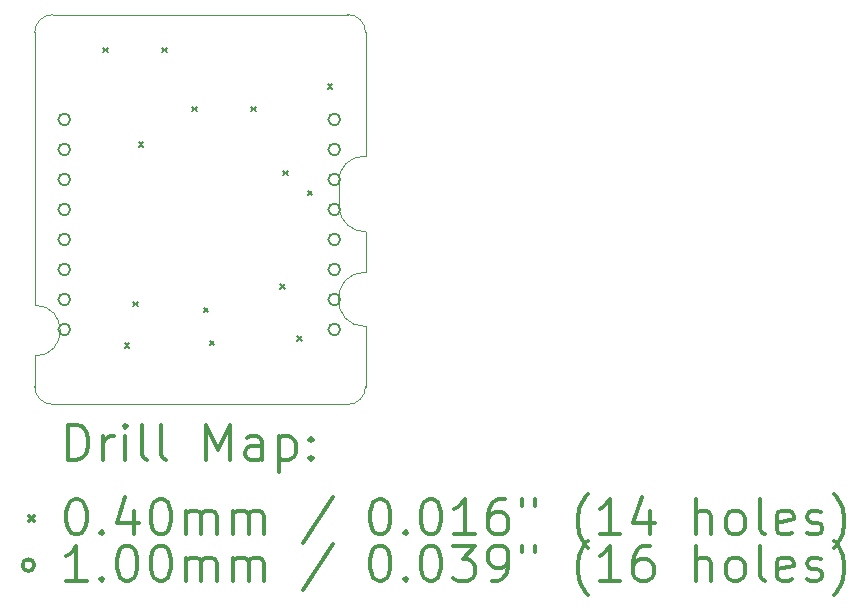
<source format=gbr>
%FSLAX45Y45*%
G04 Gerber Fmt 4.5, Leading zero omitted, Abs format (unit mm)*
G04 Created by KiCad (PCBNEW (5.1.7)-1) date 2021-07-07 16:53:05*
%MOMM*%
%LPD*%
G01*
G04 APERTURE LIST*
%TA.AperFunction,Profile*%
%ADD10C,0.050000*%
%TD*%
%TA.AperFunction,Profile*%
%ADD11C,0.100000*%
%TD*%
%ADD12C,0.200000*%
%ADD13C,0.300000*%
G04 APERTURE END LIST*
D10*
X8700000Y-11630010D02*
X8700000Y-11490000D01*
X8700000Y-10980010D02*
X8700000Y-11060000D01*
D11*
X11500000Y-11240000D02*
X11500000Y-11750000D01*
X11499880Y-10439085D02*
X11500000Y-10780000D01*
X11272500Y-10012500D02*
X11273000Y-10242000D01*
X11499880Y-10439085D02*
G75*
G02*
X11273000Y-10242000I120J229270D01*
G01*
D10*
X11500000Y-9800000D02*
X11480000Y-9800000D01*
X11500000Y-9800000D02*
X11500000Y-9667500D01*
X11272500Y-10012500D02*
G75*
G02*
X11480000Y-9800000I210000J2500D01*
G01*
X8700000Y-11750000D02*
X8700000Y-11630010D01*
X8700000Y-11490000D02*
G75*
G03*
X8700000Y-11060000I0J215000D01*
G01*
X11500000Y-9667500D02*
X11500000Y-8750000D01*
D11*
X11500000Y-11240000D02*
G75*
G02*
X11500000Y-10780000I0J230000D01*
G01*
X11500000Y-11750000D02*
G75*
G02*
X11350000Y-11900000I-150000J0D01*
G01*
X8850000Y-11900000D02*
G75*
G02*
X8700000Y-11750000I0J150000D01*
G01*
X8700000Y-8750000D02*
G75*
G02*
X8850000Y-8600000I150000J0D01*
G01*
X11350000Y-8600000D02*
G75*
G02*
X11500000Y-8750000I0J-150000D01*
G01*
X8850000Y-8600000D02*
X11350000Y-8600000D01*
X8700000Y-10980010D02*
X8700000Y-8750000D01*
X11350000Y-11900000D02*
X8850000Y-11900000D01*
D12*
X9280000Y-8880000D02*
X9320000Y-8920000D01*
X9320000Y-8880000D02*
X9280000Y-8920000D01*
X9460000Y-11380000D02*
X9500000Y-11420000D01*
X9500000Y-11380000D02*
X9460000Y-11420000D01*
X9530000Y-11030000D02*
X9570000Y-11070000D01*
X9570000Y-11030000D02*
X9530000Y-11070000D01*
X9580000Y-9680000D02*
X9620000Y-9720000D01*
X9620000Y-9680000D02*
X9580000Y-9720000D01*
X9780000Y-8880000D02*
X9820000Y-8920000D01*
X9820000Y-8880000D02*
X9780000Y-8920000D01*
X10030000Y-9380000D02*
X10070000Y-9420000D01*
X10070000Y-9380000D02*
X10030000Y-9420000D01*
X10130000Y-11080000D02*
X10170000Y-11120000D01*
X10170000Y-11080000D02*
X10130000Y-11120000D01*
X10180000Y-11360000D02*
X10220000Y-11400000D01*
X10220000Y-11360000D02*
X10180000Y-11400000D01*
X10530000Y-9380000D02*
X10570000Y-9420000D01*
X10570000Y-9380000D02*
X10530000Y-9420000D01*
X10780000Y-10880000D02*
X10820000Y-10920000D01*
X10820000Y-10880000D02*
X10780000Y-10920000D01*
X10800000Y-9920000D02*
X10840000Y-9960000D01*
X10840000Y-9920000D02*
X10800000Y-9960000D01*
X10920000Y-11320000D02*
X10960000Y-11360000D01*
X10960000Y-11320000D02*
X10920000Y-11360000D01*
X11010000Y-10090000D02*
X11050000Y-10130000D01*
X11050000Y-10090000D02*
X11010000Y-10130000D01*
X11180000Y-9187500D02*
X11220000Y-9227500D01*
X11220000Y-9187500D02*
X11180000Y-9227500D01*
X8999500Y-9487500D02*
G75*
G03*
X8999500Y-9487500I-50000J0D01*
G01*
X8999500Y-9741500D02*
G75*
G03*
X8999500Y-9741500I-50000J0D01*
G01*
X8999500Y-9995500D02*
G75*
G03*
X8999500Y-9995500I-50000J0D01*
G01*
X8999500Y-10249500D02*
G75*
G03*
X8999500Y-10249500I-50000J0D01*
G01*
X8999500Y-10503500D02*
G75*
G03*
X8999500Y-10503500I-50000J0D01*
G01*
X8999500Y-10757500D02*
G75*
G03*
X8999500Y-10757500I-50000J0D01*
G01*
X8999500Y-11011500D02*
G75*
G03*
X8999500Y-11011500I-50000J0D01*
G01*
X8999500Y-11265500D02*
G75*
G03*
X8999500Y-11265500I-50000J0D01*
G01*
X11285500Y-9487500D02*
G75*
G03*
X11285500Y-9487500I-50000J0D01*
G01*
X11285500Y-9741500D02*
G75*
G03*
X11285500Y-9741500I-50000J0D01*
G01*
X11285500Y-9995500D02*
G75*
G03*
X11285500Y-9995500I-50000J0D01*
G01*
X11285500Y-10249500D02*
G75*
G03*
X11285500Y-10249500I-50000J0D01*
G01*
X11285500Y-10503500D02*
G75*
G03*
X11285500Y-10503500I-50000J0D01*
G01*
X11285500Y-10757500D02*
G75*
G03*
X11285500Y-10757500I-50000J0D01*
G01*
X11285500Y-11011500D02*
G75*
G03*
X11285500Y-11011500I-50000J0D01*
G01*
X11285500Y-11265500D02*
G75*
G03*
X11285500Y-11265500I-50000J0D01*
G01*
D13*
X8981428Y-12370714D02*
X8981428Y-12070714D01*
X9052857Y-12070714D01*
X9095714Y-12085000D01*
X9124286Y-12113571D01*
X9138571Y-12142143D01*
X9152857Y-12199286D01*
X9152857Y-12242143D01*
X9138571Y-12299286D01*
X9124286Y-12327857D01*
X9095714Y-12356429D01*
X9052857Y-12370714D01*
X8981428Y-12370714D01*
X9281428Y-12370714D02*
X9281428Y-12170714D01*
X9281428Y-12227857D02*
X9295714Y-12199286D01*
X9310000Y-12185000D01*
X9338571Y-12170714D01*
X9367143Y-12170714D01*
X9467143Y-12370714D02*
X9467143Y-12170714D01*
X9467143Y-12070714D02*
X9452857Y-12085000D01*
X9467143Y-12099286D01*
X9481428Y-12085000D01*
X9467143Y-12070714D01*
X9467143Y-12099286D01*
X9652857Y-12370714D02*
X9624286Y-12356429D01*
X9610000Y-12327857D01*
X9610000Y-12070714D01*
X9810000Y-12370714D02*
X9781428Y-12356429D01*
X9767143Y-12327857D01*
X9767143Y-12070714D01*
X10152857Y-12370714D02*
X10152857Y-12070714D01*
X10252857Y-12285000D01*
X10352857Y-12070714D01*
X10352857Y-12370714D01*
X10624286Y-12370714D02*
X10624286Y-12213571D01*
X10610000Y-12185000D01*
X10581428Y-12170714D01*
X10524286Y-12170714D01*
X10495714Y-12185000D01*
X10624286Y-12356429D02*
X10595714Y-12370714D01*
X10524286Y-12370714D01*
X10495714Y-12356429D01*
X10481428Y-12327857D01*
X10481428Y-12299286D01*
X10495714Y-12270714D01*
X10524286Y-12256429D01*
X10595714Y-12256429D01*
X10624286Y-12242143D01*
X10767143Y-12170714D02*
X10767143Y-12470714D01*
X10767143Y-12185000D02*
X10795714Y-12170714D01*
X10852857Y-12170714D01*
X10881428Y-12185000D01*
X10895714Y-12199286D01*
X10910000Y-12227857D01*
X10910000Y-12313571D01*
X10895714Y-12342143D01*
X10881428Y-12356429D01*
X10852857Y-12370714D01*
X10795714Y-12370714D01*
X10767143Y-12356429D01*
X11038571Y-12342143D02*
X11052857Y-12356429D01*
X11038571Y-12370714D01*
X11024286Y-12356429D01*
X11038571Y-12342143D01*
X11038571Y-12370714D01*
X11038571Y-12185000D02*
X11052857Y-12199286D01*
X11038571Y-12213571D01*
X11024286Y-12199286D01*
X11038571Y-12185000D01*
X11038571Y-12213571D01*
X8655000Y-12845000D02*
X8695000Y-12885000D01*
X8695000Y-12845000D02*
X8655000Y-12885000D01*
X9038571Y-12700714D02*
X9067143Y-12700714D01*
X9095714Y-12715000D01*
X9110000Y-12729286D01*
X9124286Y-12757857D01*
X9138571Y-12815000D01*
X9138571Y-12886429D01*
X9124286Y-12943571D01*
X9110000Y-12972143D01*
X9095714Y-12986429D01*
X9067143Y-13000714D01*
X9038571Y-13000714D01*
X9010000Y-12986429D01*
X8995714Y-12972143D01*
X8981428Y-12943571D01*
X8967143Y-12886429D01*
X8967143Y-12815000D01*
X8981428Y-12757857D01*
X8995714Y-12729286D01*
X9010000Y-12715000D01*
X9038571Y-12700714D01*
X9267143Y-12972143D02*
X9281428Y-12986429D01*
X9267143Y-13000714D01*
X9252857Y-12986429D01*
X9267143Y-12972143D01*
X9267143Y-13000714D01*
X9538571Y-12800714D02*
X9538571Y-13000714D01*
X9467143Y-12686429D02*
X9395714Y-12900714D01*
X9581428Y-12900714D01*
X9752857Y-12700714D02*
X9781428Y-12700714D01*
X9810000Y-12715000D01*
X9824286Y-12729286D01*
X9838571Y-12757857D01*
X9852857Y-12815000D01*
X9852857Y-12886429D01*
X9838571Y-12943571D01*
X9824286Y-12972143D01*
X9810000Y-12986429D01*
X9781428Y-13000714D01*
X9752857Y-13000714D01*
X9724286Y-12986429D01*
X9710000Y-12972143D01*
X9695714Y-12943571D01*
X9681428Y-12886429D01*
X9681428Y-12815000D01*
X9695714Y-12757857D01*
X9710000Y-12729286D01*
X9724286Y-12715000D01*
X9752857Y-12700714D01*
X9981428Y-13000714D02*
X9981428Y-12800714D01*
X9981428Y-12829286D02*
X9995714Y-12815000D01*
X10024286Y-12800714D01*
X10067143Y-12800714D01*
X10095714Y-12815000D01*
X10110000Y-12843571D01*
X10110000Y-13000714D01*
X10110000Y-12843571D02*
X10124286Y-12815000D01*
X10152857Y-12800714D01*
X10195714Y-12800714D01*
X10224286Y-12815000D01*
X10238571Y-12843571D01*
X10238571Y-13000714D01*
X10381428Y-13000714D02*
X10381428Y-12800714D01*
X10381428Y-12829286D02*
X10395714Y-12815000D01*
X10424286Y-12800714D01*
X10467143Y-12800714D01*
X10495714Y-12815000D01*
X10510000Y-12843571D01*
X10510000Y-13000714D01*
X10510000Y-12843571D02*
X10524286Y-12815000D01*
X10552857Y-12800714D01*
X10595714Y-12800714D01*
X10624286Y-12815000D01*
X10638571Y-12843571D01*
X10638571Y-13000714D01*
X11224286Y-12686429D02*
X10967143Y-13072143D01*
X11610000Y-12700714D02*
X11638571Y-12700714D01*
X11667143Y-12715000D01*
X11681428Y-12729286D01*
X11695714Y-12757857D01*
X11710000Y-12815000D01*
X11710000Y-12886429D01*
X11695714Y-12943571D01*
X11681428Y-12972143D01*
X11667143Y-12986429D01*
X11638571Y-13000714D01*
X11610000Y-13000714D01*
X11581428Y-12986429D01*
X11567143Y-12972143D01*
X11552857Y-12943571D01*
X11538571Y-12886429D01*
X11538571Y-12815000D01*
X11552857Y-12757857D01*
X11567143Y-12729286D01*
X11581428Y-12715000D01*
X11610000Y-12700714D01*
X11838571Y-12972143D02*
X11852857Y-12986429D01*
X11838571Y-13000714D01*
X11824286Y-12986429D01*
X11838571Y-12972143D01*
X11838571Y-13000714D01*
X12038571Y-12700714D02*
X12067143Y-12700714D01*
X12095714Y-12715000D01*
X12110000Y-12729286D01*
X12124286Y-12757857D01*
X12138571Y-12815000D01*
X12138571Y-12886429D01*
X12124286Y-12943571D01*
X12110000Y-12972143D01*
X12095714Y-12986429D01*
X12067143Y-13000714D01*
X12038571Y-13000714D01*
X12010000Y-12986429D01*
X11995714Y-12972143D01*
X11981428Y-12943571D01*
X11967143Y-12886429D01*
X11967143Y-12815000D01*
X11981428Y-12757857D01*
X11995714Y-12729286D01*
X12010000Y-12715000D01*
X12038571Y-12700714D01*
X12424286Y-13000714D02*
X12252857Y-13000714D01*
X12338571Y-13000714D02*
X12338571Y-12700714D01*
X12310000Y-12743571D01*
X12281428Y-12772143D01*
X12252857Y-12786429D01*
X12681428Y-12700714D02*
X12624286Y-12700714D01*
X12595714Y-12715000D01*
X12581428Y-12729286D01*
X12552857Y-12772143D01*
X12538571Y-12829286D01*
X12538571Y-12943571D01*
X12552857Y-12972143D01*
X12567143Y-12986429D01*
X12595714Y-13000714D01*
X12652857Y-13000714D01*
X12681428Y-12986429D01*
X12695714Y-12972143D01*
X12710000Y-12943571D01*
X12710000Y-12872143D01*
X12695714Y-12843571D01*
X12681428Y-12829286D01*
X12652857Y-12815000D01*
X12595714Y-12815000D01*
X12567143Y-12829286D01*
X12552857Y-12843571D01*
X12538571Y-12872143D01*
X12824286Y-12700714D02*
X12824286Y-12757857D01*
X12938571Y-12700714D02*
X12938571Y-12757857D01*
X13381428Y-13115000D02*
X13367143Y-13100714D01*
X13338571Y-13057857D01*
X13324286Y-13029286D01*
X13310000Y-12986429D01*
X13295714Y-12915000D01*
X13295714Y-12857857D01*
X13310000Y-12786429D01*
X13324286Y-12743571D01*
X13338571Y-12715000D01*
X13367143Y-12672143D01*
X13381428Y-12657857D01*
X13652857Y-13000714D02*
X13481428Y-13000714D01*
X13567143Y-13000714D02*
X13567143Y-12700714D01*
X13538571Y-12743571D01*
X13510000Y-12772143D01*
X13481428Y-12786429D01*
X13910000Y-12800714D02*
X13910000Y-13000714D01*
X13838571Y-12686429D02*
X13767143Y-12900714D01*
X13952857Y-12900714D01*
X14295714Y-13000714D02*
X14295714Y-12700714D01*
X14424286Y-13000714D02*
X14424286Y-12843571D01*
X14410000Y-12815000D01*
X14381428Y-12800714D01*
X14338571Y-12800714D01*
X14310000Y-12815000D01*
X14295714Y-12829286D01*
X14610000Y-13000714D02*
X14581428Y-12986429D01*
X14567143Y-12972143D01*
X14552857Y-12943571D01*
X14552857Y-12857857D01*
X14567143Y-12829286D01*
X14581428Y-12815000D01*
X14610000Y-12800714D01*
X14652857Y-12800714D01*
X14681428Y-12815000D01*
X14695714Y-12829286D01*
X14710000Y-12857857D01*
X14710000Y-12943571D01*
X14695714Y-12972143D01*
X14681428Y-12986429D01*
X14652857Y-13000714D01*
X14610000Y-13000714D01*
X14881428Y-13000714D02*
X14852857Y-12986429D01*
X14838571Y-12957857D01*
X14838571Y-12700714D01*
X15110000Y-12986429D02*
X15081428Y-13000714D01*
X15024286Y-13000714D01*
X14995714Y-12986429D01*
X14981428Y-12957857D01*
X14981428Y-12843571D01*
X14995714Y-12815000D01*
X15024286Y-12800714D01*
X15081428Y-12800714D01*
X15110000Y-12815000D01*
X15124286Y-12843571D01*
X15124286Y-12872143D01*
X14981428Y-12900714D01*
X15238571Y-12986429D02*
X15267143Y-13000714D01*
X15324286Y-13000714D01*
X15352857Y-12986429D01*
X15367143Y-12957857D01*
X15367143Y-12943571D01*
X15352857Y-12915000D01*
X15324286Y-12900714D01*
X15281428Y-12900714D01*
X15252857Y-12886429D01*
X15238571Y-12857857D01*
X15238571Y-12843571D01*
X15252857Y-12815000D01*
X15281428Y-12800714D01*
X15324286Y-12800714D01*
X15352857Y-12815000D01*
X15467143Y-13115000D02*
X15481428Y-13100714D01*
X15510000Y-13057857D01*
X15524286Y-13029286D01*
X15538571Y-12986429D01*
X15552857Y-12915000D01*
X15552857Y-12857857D01*
X15538571Y-12786429D01*
X15524286Y-12743571D01*
X15510000Y-12715000D01*
X15481428Y-12672143D01*
X15467143Y-12657857D01*
X8695000Y-13261000D02*
G75*
G03*
X8695000Y-13261000I-50000J0D01*
G01*
X9138571Y-13396714D02*
X8967143Y-13396714D01*
X9052857Y-13396714D02*
X9052857Y-13096714D01*
X9024286Y-13139571D01*
X8995714Y-13168143D01*
X8967143Y-13182429D01*
X9267143Y-13368143D02*
X9281428Y-13382429D01*
X9267143Y-13396714D01*
X9252857Y-13382429D01*
X9267143Y-13368143D01*
X9267143Y-13396714D01*
X9467143Y-13096714D02*
X9495714Y-13096714D01*
X9524286Y-13111000D01*
X9538571Y-13125286D01*
X9552857Y-13153857D01*
X9567143Y-13211000D01*
X9567143Y-13282429D01*
X9552857Y-13339571D01*
X9538571Y-13368143D01*
X9524286Y-13382429D01*
X9495714Y-13396714D01*
X9467143Y-13396714D01*
X9438571Y-13382429D01*
X9424286Y-13368143D01*
X9410000Y-13339571D01*
X9395714Y-13282429D01*
X9395714Y-13211000D01*
X9410000Y-13153857D01*
X9424286Y-13125286D01*
X9438571Y-13111000D01*
X9467143Y-13096714D01*
X9752857Y-13096714D02*
X9781428Y-13096714D01*
X9810000Y-13111000D01*
X9824286Y-13125286D01*
X9838571Y-13153857D01*
X9852857Y-13211000D01*
X9852857Y-13282429D01*
X9838571Y-13339571D01*
X9824286Y-13368143D01*
X9810000Y-13382429D01*
X9781428Y-13396714D01*
X9752857Y-13396714D01*
X9724286Y-13382429D01*
X9710000Y-13368143D01*
X9695714Y-13339571D01*
X9681428Y-13282429D01*
X9681428Y-13211000D01*
X9695714Y-13153857D01*
X9710000Y-13125286D01*
X9724286Y-13111000D01*
X9752857Y-13096714D01*
X9981428Y-13396714D02*
X9981428Y-13196714D01*
X9981428Y-13225286D02*
X9995714Y-13211000D01*
X10024286Y-13196714D01*
X10067143Y-13196714D01*
X10095714Y-13211000D01*
X10110000Y-13239571D01*
X10110000Y-13396714D01*
X10110000Y-13239571D02*
X10124286Y-13211000D01*
X10152857Y-13196714D01*
X10195714Y-13196714D01*
X10224286Y-13211000D01*
X10238571Y-13239571D01*
X10238571Y-13396714D01*
X10381428Y-13396714D02*
X10381428Y-13196714D01*
X10381428Y-13225286D02*
X10395714Y-13211000D01*
X10424286Y-13196714D01*
X10467143Y-13196714D01*
X10495714Y-13211000D01*
X10510000Y-13239571D01*
X10510000Y-13396714D01*
X10510000Y-13239571D02*
X10524286Y-13211000D01*
X10552857Y-13196714D01*
X10595714Y-13196714D01*
X10624286Y-13211000D01*
X10638571Y-13239571D01*
X10638571Y-13396714D01*
X11224286Y-13082429D02*
X10967143Y-13468143D01*
X11610000Y-13096714D02*
X11638571Y-13096714D01*
X11667143Y-13111000D01*
X11681428Y-13125286D01*
X11695714Y-13153857D01*
X11710000Y-13211000D01*
X11710000Y-13282429D01*
X11695714Y-13339571D01*
X11681428Y-13368143D01*
X11667143Y-13382429D01*
X11638571Y-13396714D01*
X11610000Y-13396714D01*
X11581428Y-13382429D01*
X11567143Y-13368143D01*
X11552857Y-13339571D01*
X11538571Y-13282429D01*
X11538571Y-13211000D01*
X11552857Y-13153857D01*
X11567143Y-13125286D01*
X11581428Y-13111000D01*
X11610000Y-13096714D01*
X11838571Y-13368143D02*
X11852857Y-13382429D01*
X11838571Y-13396714D01*
X11824286Y-13382429D01*
X11838571Y-13368143D01*
X11838571Y-13396714D01*
X12038571Y-13096714D02*
X12067143Y-13096714D01*
X12095714Y-13111000D01*
X12110000Y-13125286D01*
X12124286Y-13153857D01*
X12138571Y-13211000D01*
X12138571Y-13282429D01*
X12124286Y-13339571D01*
X12110000Y-13368143D01*
X12095714Y-13382429D01*
X12067143Y-13396714D01*
X12038571Y-13396714D01*
X12010000Y-13382429D01*
X11995714Y-13368143D01*
X11981428Y-13339571D01*
X11967143Y-13282429D01*
X11967143Y-13211000D01*
X11981428Y-13153857D01*
X11995714Y-13125286D01*
X12010000Y-13111000D01*
X12038571Y-13096714D01*
X12238571Y-13096714D02*
X12424286Y-13096714D01*
X12324286Y-13211000D01*
X12367143Y-13211000D01*
X12395714Y-13225286D01*
X12410000Y-13239571D01*
X12424286Y-13268143D01*
X12424286Y-13339571D01*
X12410000Y-13368143D01*
X12395714Y-13382429D01*
X12367143Y-13396714D01*
X12281428Y-13396714D01*
X12252857Y-13382429D01*
X12238571Y-13368143D01*
X12567143Y-13396714D02*
X12624286Y-13396714D01*
X12652857Y-13382429D01*
X12667143Y-13368143D01*
X12695714Y-13325286D01*
X12710000Y-13268143D01*
X12710000Y-13153857D01*
X12695714Y-13125286D01*
X12681428Y-13111000D01*
X12652857Y-13096714D01*
X12595714Y-13096714D01*
X12567143Y-13111000D01*
X12552857Y-13125286D01*
X12538571Y-13153857D01*
X12538571Y-13225286D01*
X12552857Y-13253857D01*
X12567143Y-13268143D01*
X12595714Y-13282429D01*
X12652857Y-13282429D01*
X12681428Y-13268143D01*
X12695714Y-13253857D01*
X12710000Y-13225286D01*
X12824286Y-13096714D02*
X12824286Y-13153857D01*
X12938571Y-13096714D02*
X12938571Y-13153857D01*
X13381428Y-13511000D02*
X13367143Y-13496714D01*
X13338571Y-13453857D01*
X13324286Y-13425286D01*
X13310000Y-13382429D01*
X13295714Y-13311000D01*
X13295714Y-13253857D01*
X13310000Y-13182429D01*
X13324286Y-13139571D01*
X13338571Y-13111000D01*
X13367143Y-13068143D01*
X13381428Y-13053857D01*
X13652857Y-13396714D02*
X13481428Y-13396714D01*
X13567143Y-13396714D02*
X13567143Y-13096714D01*
X13538571Y-13139571D01*
X13510000Y-13168143D01*
X13481428Y-13182429D01*
X13910000Y-13096714D02*
X13852857Y-13096714D01*
X13824286Y-13111000D01*
X13810000Y-13125286D01*
X13781428Y-13168143D01*
X13767143Y-13225286D01*
X13767143Y-13339571D01*
X13781428Y-13368143D01*
X13795714Y-13382429D01*
X13824286Y-13396714D01*
X13881428Y-13396714D01*
X13910000Y-13382429D01*
X13924286Y-13368143D01*
X13938571Y-13339571D01*
X13938571Y-13268143D01*
X13924286Y-13239571D01*
X13910000Y-13225286D01*
X13881428Y-13211000D01*
X13824286Y-13211000D01*
X13795714Y-13225286D01*
X13781428Y-13239571D01*
X13767143Y-13268143D01*
X14295714Y-13396714D02*
X14295714Y-13096714D01*
X14424286Y-13396714D02*
X14424286Y-13239571D01*
X14410000Y-13211000D01*
X14381428Y-13196714D01*
X14338571Y-13196714D01*
X14310000Y-13211000D01*
X14295714Y-13225286D01*
X14610000Y-13396714D02*
X14581428Y-13382429D01*
X14567143Y-13368143D01*
X14552857Y-13339571D01*
X14552857Y-13253857D01*
X14567143Y-13225286D01*
X14581428Y-13211000D01*
X14610000Y-13196714D01*
X14652857Y-13196714D01*
X14681428Y-13211000D01*
X14695714Y-13225286D01*
X14710000Y-13253857D01*
X14710000Y-13339571D01*
X14695714Y-13368143D01*
X14681428Y-13382429D01*
X14652857Y-13396714D01*
X14610000Y-13396714D01*
X14881428Y-13396714D02*
X14852857Y-13382429D01*
X14838571Y-13353857D01*
X14838571Y-13096714D01*
X15110000Y-13382429D02*
X15081428Y-13396714D01*
X15024286Y-13396714D01*
X14995714Y-13382429D01*
X14981428Y-13353857D01*
X14981428Y-13239571D01*
X14995714Y-13211000D01*
X15024286Y-13196714D01*
X15081428Y-13196714D01*
X15110000Y-13211000D01*
X15124286Y-13239571D01*
X15124286Y-13268143D01*
X14981428Y-13296714D01*
X15238571Y-13382429D02*
X15267143Y-13396714D01*
X15324286Y-13396714D01*
X15352857Y-13382429D01*
X15367143Y-13353857D01*
X15367143Y-13339571D01*
X15352857Y-13311000D01*
X15324286Y-13296714D01*
X15281428Y-13296714D01*
X15252857Y-13282429D01*
X15238571Y-13253857D01*
X15238571Y-13239571D01*
X15252857Y-13211000D01*
X15281428Y-13196714D01*
X15324286Y-13196714D01*
X15352857Y-13211000D01*
X15467143Y-13511000D02*
X15481428Y-13496714D01*
X15510000Y-13453857D01*
X15524286Y-13425286D01*
X15538571Y-13382429D01*
X15552857Y-13311000D01*
X15552857Y-13253857D01*
X15538571Y-13182429D01*
X15524286Y-13139571D01*
X15510000Y-13111000D01*
X15481428Y-13068143D01*
X15467143Y-13053857D01*
M02*

</source>
